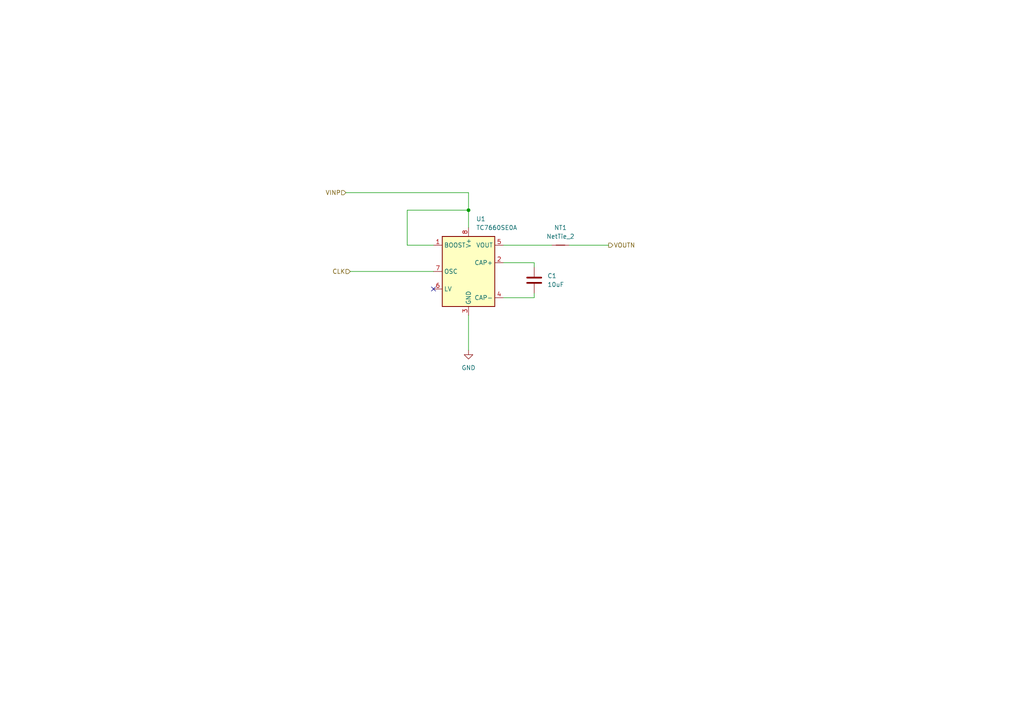
<source format=kicad_sch>
(kicad_sch (version 20230121) (generator eeschema)

  (uuid 5f2cc56c-5a66-4412-bb16-7f9d09596d14)

  (paper "A4")

  (lib_symbols
    (symbol "Converter_DCDC:TC7662Bx0A" (in_bom yes) (on_board yes)
      (property "Reference" "U" (at -6.35 11.43 0)
        (effects (font (size 1.27 1.27)))
      )
      (property "Value" "TC7662Bx0A" (at 7.62 11.43 0)
        (effects (font (size 1.27 1.27)))
      )
      (property "Footprint" "Package_SO:SOIC-8_3.9x4.9mm_P1.27mm" (at 2.54 -2.54 0)
        (effects (font (size 1.27 1.27)) hide)
      )
      (property "Datasheet" "http://ww1.microchip.com/downloads/en/DeviceDoc/21469a.pdf" (at 2.54 -2.54 0)
        (effects (font (size 1.27 1.27)) hide)
      )
      (property "ki_keywords" "charge pump DC-to-DC converter" (at 0 0 0)
        (effects (font (size 1.27 1.27)) hide)
      )
      (property "ki_description" "Charge Pump DC-to-DC Converter, 1.5 - 15V, 100mA, SOIC-8" (at 0 0 0)
        (effects (font (size 1.27 1.27)) hide)
      )
      (property "ki_fp_filters" "SOIC*3.9x4.9mm*P1.27mm*" (at 0 0 0)
        (effects (font (size 1.27 1.27)) hide)
      )
      (symbol "TC7662Bx0A_0_1"
        (rectangle (start -7.62 10.16) (end 7.62 -10.16)
          (stroke (width 0.254) (type default))
          (fill (type background))
        )
      )
      (symbol "TC7662Bx0A_1_1"
        (pin input line (at -10.16 7.62 0) (length 2.54)
          (name "BOOST" (effects (font (size 1.27 1.27))))
          (number "1" (effects (font (size 1.27 1.27))))
        )
        (pin passive line (at 10.16 2.54 180) (length 2.54)
          (name "CAP+" (effects (font (size 1.27 1.27))))
          (number "2" (effects (font (size 1.27 1.27))))
        )
        (pin power_in line (at 0 -12.7 90) (length 2.54)
          (name "GND" (effects (font (size 1.27 1.27))))
          (number "3" (effects (font (size 1.27 1.27))))
        )
        (pin passive line (at 10.16 -7.62 180) (length 2.54)
          (name "CAP-" (effects (font (size 1.27 1.27))))
          (number "4" (effects (font (size 1.27 1.27))))
        )
        (pin power_out line (at 10.16 7.62 180) (length 2.54)
          (name "VOUT" (effects (font (size 1.27 1.27))))
          (number "5" (effects (font (size 1.27 1.27))))
        )
        (pin input line (at -10.16 -5.08 0) (length 2.54)
          (name "LV" (effects (font (size 1.27 1.27))))
          (number "6" (effects (font (size 1.27 1.27))))
        )
        (pin passive line (at -10.16 0 0) (length 2.54)
          (name "OSC" (effects (font (size 1.27 1.27))))
          (number "7" (effects (font (size 1.27 1.27))))
        )
        (pin power_in line (at 0 12.7 270) (length 2.54)
          (name "V+" (effects (font (size 1.27 1.27))))
          (number "8" (effects (font (size 1.27 1.27))))
        )
      )
    )
    (symbol "Device:C" (pin_numbers hide) (pin_names (offset 0.254)) (in_bom yes) (on_board yes)
      (property "Reference" "C" (at 0.635 2.54 0)
        (effects (font (size 1.27 1.27)) (justify left))
      )
      (property "Value" "C" (at 0.635 -2.54 0)
        (effects (font (size 1.27 1.27)) (justify left))
      )
      (property "Footprint" "" (at 0.9652 -3.81 0)
        (effects (font (size 1.27 1.27)) hide)
      )
      (property "Datasheet" "~" (at 0 0 0)
        (effects (font (size 1.27 1.27)) hide)
      )
      (property "ki_keywords" "cap capacitor" (at 0 0 0)
        (effects (font (size 1.27 1.27)) hide)
      )
      (property "ki_description" "Unpolarized capacitor" (at 0 0 0)
        (effects (font (size 1.27 1.27)) hide)
      )
      (property "ki_fp_filters" "C_*" (at 0 0 0)
        (effects (font (size 1.27 1.27)) hide)
      )
      (symbol "C_0_1"
        (polyline
          (pts
            (xy -2.032 -0.762)
            (xy 2.032 -0.762)
          )
          (stroke (width 0.508) (type default))
          (fill (type none))
        )
        (polyline
          (pts
            (xy -2.032 0.762)
            (xy 2.032 0.762)
          )
          (stroke (width 0.508) (type default))
          (fill (type none))
        )
      )
      (symbol "C_1_1"
        (pin passive line (at 0 3.81 270) (length 2.794)
          (name "~" (effects (font (size 1.27 1.27))))
          (number "1" (effects (font (size 1.27 1.27))))
        )
        (pin passive line (at 0 -3.81 90) (length 2.794)
          (name "~" (effects (font (size 1.27 1.27))))
          (number "2" (effects (font (size 1.27 1.27))))
        )
      )
    )
    (symbol "Device:NetTie_2" (pin_numbers hide) (pin_names (offset 0) hide) (in_bom no) (on_board yes)
      (property "Reference" "NT" (at 0 1.27 0)
        (effects (font (size 1.27 1.27)))
      )
      (property "Value" "NetTie_2" (at 0 -1.27 0)
        (effects (font (size 1.27 1.27)))
      )
      (property "Footprint" "" (at 0 0 0)
        (effects (font (size 1.27 1.27)) hide)
      )
      (property "Datasheet" "~" (at 0 0 0)
        (effects (font (size 1.27 1.27)) hide)
      )
      (property "ki_keywords" "net tie short" (at 0 0 0)
        (effects (font (size 1.27 1.27)) hide)
      )
      (property "ki_description" "Net tie, 2 pins" (at 0 0 0)
        (effects (font (size 1.27 1.27)) hide)
      )
      (property "ki_fp_filters" "Net*Tie*" (at 0 0 0)
        (effects (font (size 1.27 1.27)) hide)
      )
      (symbol "NetTie_2_0_1"
        (polyline
          (pts
            (xy -1.27 0)
            (xy 1.27 0)
          )
          (stroke (width 0.254) (type default))
          (fill (type none))
        )
      )
      (symbol "NetTie_2_1_1"
        (pin passive line (at -2.54 0 0) (length 2.54)
          (name "1" (effects (font (size 1.27 1.27))))
          (number "1" (effects (font (size 1.27 1.27))))
        )
        (pin passive line (at 2.54 0 180) (length 2.54)
          (name "2" (effects (font (size 1.27 1.27))))
          (number "2" (effects (font (size 1.27 1.27))))
        )
      )
    )
    (symbol "power:GND" (power) (pin_names (offset 0)) (in_bom yes) (on_board yes)
      (property "Reference" "#PWR" (at 0 -6.35 0)
        (effects (font (size 1.27 1.27)) hide)
      )
      (property "Value" "GND" (at 0 -3.81 0)
        (effects (font (size 1.27 1.27)))
      )
      (property "Footprint" "" (at 0 0 0)
        (effects (font (size 1.27 1.27)) hide)
      )
      (property "Datasheet" "" (at 0 0 0)
        (effects (font (size 1.27 1.27)) hide)
      )
      (property "ki_keywords" "global power" (at 0 0 0)
        (effects (font (size 1.27 1.27)) hide)
      )
      (property "ki_description" "Power symbol creates a global label with name \"GND\" , ground" (at 0 0 0)
        (effects (font (size 1.27 1.27)) hide)
      )
      (symbol "GND_0_1"
        (polyline
          (pts
            (xy 0 0)
            (xy 0 -1.27)
            (xy 1.27 -1.27)
            (xy 0 -2.54)
            (xy -1.27 -1.27)
            (xy 0 -1.27)
          )
          (stroke (width 0) (type default))
          (fill (type none))
        )
      )
      (symbol "GND_1_1"
        (pin power_in line (at 0 0 270) (length 0) hide
          (name "GND" (effects (font (size 1.27 1.27))))
          (number "1" (effects (font (size 1.27 1.27))))
        )
      )
    )
  )

  (junction (at 135.89 60.96) (diameter 0) (color 0 0 0 0)
    (uuid b8fdbe30-c3e3-4d06-98d8-f18c7b30b7e1)
  )

  (no_connect (at 125.73 83.82) (uuid 7b19c4dd-ffb2-4a95-a44b-f3d372ad67ff))

  (wire (pts (xy 146.05 86.36) (xy 154.94 86.36))
    (stroke (width 0) (type default))
    (uuid 0fc15aa1-5e75-44f4-8c0c-da00609f1f58)
  )
  (wire (pts (xy 146.05 76.2) (xy 154.94 76.2))
    (stroke (width 0) (type default))
    (uuid 15ce4917-d93e-421a-94a6-153dd424db52)
  )
  (wire (pts (xy 154.94 77.47) (xy 154.94 76.2))
    (stroke (width 0) (type default))
    (uuid 2e52ce9a-b859-4085-8cd1-0ae911c5d96c)
  )
  (wire (pts (xy 101.6 78.74) (xy 125.73 78.74))
    (stroke (width 0) (type default))
    (uuid 403f4a7e-41e9-457a-b2b0-98e2c9033b2e)
  )
  (wire (pts (xy 165.1 71.12) (xy 176.53 71.12))
    (stroke (width 0) (type default))
    (uuid 5b197e67-3ae5-4269-91aa-886074938165)
  )
  (wire (pts (xy 100.33 55.88) (xy 135.89 55.88))
    (stroke (width 0) (type default))
    (uuid 64975b77-bfb8-4225-836d-aab435f1d318)
  )
  (wire (pts (xy 135.89 60.96) (xy 135.89 66.04))
    (stroke (width 0) (type default))
    (uuid 6e93d523-ee55-4a6f-b8ee-1cbca31d6912)
  )
  (wire (pts (xy 135.89 91.44) (xy 135.89 101.6))
    (stroke (width 0) (type default))
    (uuid 7dd12c1c-1515-4d89-9bdc-0d76fbf5efa2)
  )
  (wire (pts (xy 146.05 71.12) (xy 160.02 71.12))
    (stroke (width 0) (type default))
    (uuid 9e68f5cb-99e5-4461-8da9-cc5aa090b6a1)
  )
  (wire (pts (xy 118.11 60.96) (xy 135.89 60.96))
    (stroke (width 0) (type default))
    (uuid afd98b46-8cf7-4da3-8cb0-2a1ae81de268)
  )
  (wire (pts (xy 135.89 60.96) (xy 135.89 55.88))
    (stroke (width 0) (type default))
    (uuid b98eecbc-b751-46e2-bf69-5d4479fd6934)
  )
  (wire (pts (xy 118.11 71.12) (xy 118.11 60.96))
    (stroke (width 0) (type default))
    (uuid c31a120e-a80d-4b21-ac57-0a758e98ab3a)
  )
  (wire (pts (xy 154.94 86.36) (xy 154.94 85.09))
    (stroke (width 0) (type default))
    (uuid c42a6333-9854-4ad3-b948-c06b92c9394f)
  )
  (wire (pts (xy 125.73 71.12) (xy 118.11 71.12))
    (stroke (width 0) (type default))
    (uuid d3684811-7e78-4012-a733-6669134cc2be)
  )

  (hierarchical_label "CLK" (shape input) (at 101.6 78.74 180) (fields_autoplaced)
    (effects (font (size 1.27 1.27)) (justify right))
    (uuid 60ff974a-1284-4f8b-b58e-c9588ccd4a69)
  )
  (hierarchical_label "VINP" (shape input) (at 100.33 55.88 180) (fields_autoplaced)
    (effects (font (size 1.27 1.27)) (justify right))
    (uuid 72647d32-58e7-4521-b749-2f26f3560fdf)
  )
  (hierarchical_label "VOUTN" (shape output) (at 176.53 71.12 0) (fields_autoplaced)
    (effects (font (size 1.27 1.27)) (justify left))
    (uuid ff275fcf-a120-4715-8c1c-486d9b79a7d0)
  )

  (symbol (lib_id "Device:C") (at 154.94 81.28 0) (unit 1)
    (in_bom yes) (on_board yes) (dnp no) (fields_autoplaced)
    (uuid 304d3f3a-0589-41df-a2d2-69f0b1926201)
    (property "Reference" "C1" (at 158.75 80.01 0)
      (effects (font (size 1.27 1.27)) (justify left))
    )
    (property "Value" "10uF" (at 158.75 82.55 0)
      (effects (font (size 1.27 1.27)) (justify left))
    )
    (property "Footprint" "Capacitor_SMD:C_0805_2012Metric_Pad1.18x1.45mm_HandSolder" (at 155.9052 85.09 0)
      (effects (font (size 1.27 1.27)) hide)
    )
    (property "Datasheet" "https://datasheet.lcsc.com/lcsc/2304140030_Samsung-Electro-Mechanics-CL21A106KAYNNNE_C15850.pdf" (at 154.94 81.28 0)
      (effects (font (size 1.27 1.27)) hide)
    )
    (property "LCSC" "C15850" (at 154.94 81.28 0)
      (effects (font (size 1.27 1.27)) hide)
    )
    (pin "1" (uuid 7a764a7c-368c-48e3-ba09-84a16e638c36))
    (pin "2" (uuid 8448762b-f92e-4289-9e98-eef01b3c0b1f))
    (instances
      (project "tc7660S_4parallel"
        (path "/7c930d77-263a-490f-bab9-ecdc1d30ee2a/b5899068-6c41-448a-908a-1295755c3278"
          (reference "C1") (unit 1)
        )
        (path "/7c930d77-263a-490f-bab9-ecdc1d30ee2a/e7c5cbc3-605c-4d6f-bff8-c6f69757871b"
          (reference "C4") (unit 1)
        )
        (path "/7c930d77-263a-490f-bab9-ecdc1d30ee2a/38ba356b-8bae-4172-a9b8-0e0caf7b92fa"
          (reference "C7") (unit 1)
        )
        (path "/7c930d77-263a-490f-bab9-ecdc1d30ee2a/8d7975d8-0140-401d-b636-beaf06796492"
          (reference "C8") (unit 1)
        )
      )
    )
  )

  (symbol (lib_id "Converter_DCDC:TC7662Bx0A") (at 135.89 78.74 0) (unit 1)
    (in_bom yes) (on_board yes) (dnp no) (fields_autoplaced)
    (uuid 4f426d23-b22d-4fe9-86f4-2af4987fef3e)
    (property "Reference" "U1" (at 138.0841 63.5 0)
      (effects (font (size 1.27 1.27)) (justify left))
    )
    (property "Value" "TC7660SE0A" (at 138.0841 66.04 0)
      (effects (font (size 1.27 1.27)) (justify left))
    )
    (property "Footprint" "Package_SO:SOIC-8_3.9x4.9mm_P1.27mm" (at 138.43 81.28 0)
      (effects (font (size 1.27 1.27)) hide)
    )
    (property "Datasheet" "http://ww1.microchip.com/downloads/jp/DeviceDoc/21467a.pdf" (at 138.43 81.28 0)
      (effects (font (size 1.27 1.27)) hide)
    )
    (property "LCSC" "C144305" (at 135.89 78.74 0)
      (effects (font (size 1.27 1.27)) hide)
    )
    (pin "1" (uuid 611fe7e1-811b-42c7-9190-3b905de8155f))
    (pin "2" (uuid e53638d3-79ba-4ded-930c-4e0946b3cb0e))
    (pin "3" (uuid 19bdd863-f515-44ce-bed4-8bf8245909c9))
    (pin "4" (uuid 6c207692-321b-4fe4-a85c-97ef0a151f79))
    (pin "5" (uuid 1a9e8a69-d449-4700-984c-660b4704bbed))
    (pin "6" (uuid 0bb82b20-241a-41a2-9d30-4bca43e363a5))
    (pin "7" (uuid 494d1438-eea2-420b-b791-745a4413965c))
    (pin "8" (uuid 71184bae-a3be-49c5-84e6-cabcf975c9a6))
    (instances
      (project "tc7660S_4parallel"
        (path "/7c930d77-263a-490f-bab9-ecdc1d30ee2a/b5899068-6c41-448a-908a-1295755c3278"
          (reference "U1") (unit 1)
        )
        (path "/7c930d77-263a-490f-bab9-ecdc1d30ee2a/e7c5cbc3-605c-4d6f-bff8-c6f69757871b"
          (reference "U2") (unit 1)
        )
        (path "/7c930d77-263a-490f-bab9-ecdc1d30ee2a/38ba356b-8bae-4172-a9b8-0e0caf7b92fa"
          (reference "U3") (unit 1)
        )
        (path "/7c930d77-263a-490f-bab9-ecdc1d30ee2a/8d7975d8-0140-401d-b636-beaf06796492"
          (reference "U4") (unit 1)
        )
      )
    )
  )

  (symbol (lib_id "Device:NetTie_2") (at 162.56 71.12 0) (unit 1)
    (in_bom no) (on_board yes) (dnp no) (fields_autoplaced)
    (uuid d165ad9c-a4ed-4342-847a-52088dd8b8aa)
    (property "Reference" "NT1" (at 162.56 66.04 0)
      (effects (font (size 1.27 1.27)))
    )
    (property "Value" "NetTie_2" (at 162.56 68.58 0)
      (effects (font (size 1.27 1.27)))
    )
    (property "Footprint" "NetTie:NetTie-2_SMD_Pad0.5mm" (at 162.56 71.12 0)
      (effects (font (size 1.27 1.27)) hide)
    )
    (property "Datasheet" "~" (at 162.56 71.12 0)
      (effects (font (size 1.27 1.27)) hide)
    )
    (pin "1" (uuid 15bccffb-362f-41a5-a715-109ee3bfcf5b))
    (pin "2" (uuid 839dfe30-529f-437e-a187-906e5bfb6372))
    (instances
      (project "tc7660S_4parallel"
        (path "/7c930d77-263a-490f-bab9-ecdc1d30ee2a/b5899068-6c41-448a-908a-1295755c3278"
          (reference "NT1") (unit 1)
        )
        (path "/7c930d77-263a-490f-bab9-ecdc1d30ee2a/e7c5cbc3-605c-4d6f-bff8-c6f69757871b"
          (reference "NT2") (unit 1)
        )
        (path "/7c930d77-263a-490f-bab9-ecdc1d30ee2a/38ba356b-8bae-4172-a9b8-0e0caf7b92fa"
          (reference "NT3") (unit 1)
        )
        (path "/7c930d77-263a-490f-bab9-ecdc1d30ee2a/8d7975d8-0140-401d-b636-beaf06796492"
          (reference "NT4") (unit 1)
        )
      )
    )
  )

  (symbol (lib_id "power:GND") (at 135.89 101.6 0) (unit 1)
    (in_bom yes) (on_board yes) (dnp no) (fields_autoplaced)
    (uuid f6bcdfd6-1d1c-49fd-960a-e95c8cac8763)
    (property "Reference" "#PWR01" (at 135.89 107.95 0)
      (effects (font (size 1.27 1.27)) hide)
    )
    (property "Value" "GND" (at 135.89 106.68 0)
      (effects (font (size 1.27 1.27)))
    )
    (property "Footprint" "" (at 135.89 101.6 0)
      (effects (font (size 1.27 1.27)) hide)
    )
    (property "Datasheet" "" (at 135.89 101.6 0)
      (effects (font (size 1.27 1.27)) hide)
    )
    (pin "1" (uuid 0d238448-4717-4a7d-bef1-77dcf9ab608b))
    (instances
      (project "tc7660S_4parallel"
        (path "/7c930d77-263a-490f-bab9-ecdc1d30ee2a/b5899068-6c41-448a-908a-1295755c3278"
          (reference "#PWR01") (unit 1)
        )
        (path "/7c930d77-263a-490f-bab9-ecdc1d30ee2a/e7c5cbc3-605c-4d6f-bff8-c6f69757871b"
          (reference "#PWR07") (unit 1)
        )
        (path "/7c930d77-263a-490f-bab9-ecdc1d30ee2a/38ba356b-8bae-4172-a9b8-0e0caf7b92fa"
          (reference "#PWR010") (unit 1)
        )
        (path "/7c930d77-263a-490f-bab9-ecdc1d30ee2a/8d7975d8-0140-401d-b636-beaf06796492"
          (reference "#PWR011") (unit 1)
        )
      )
    )
  )
)

</source>
